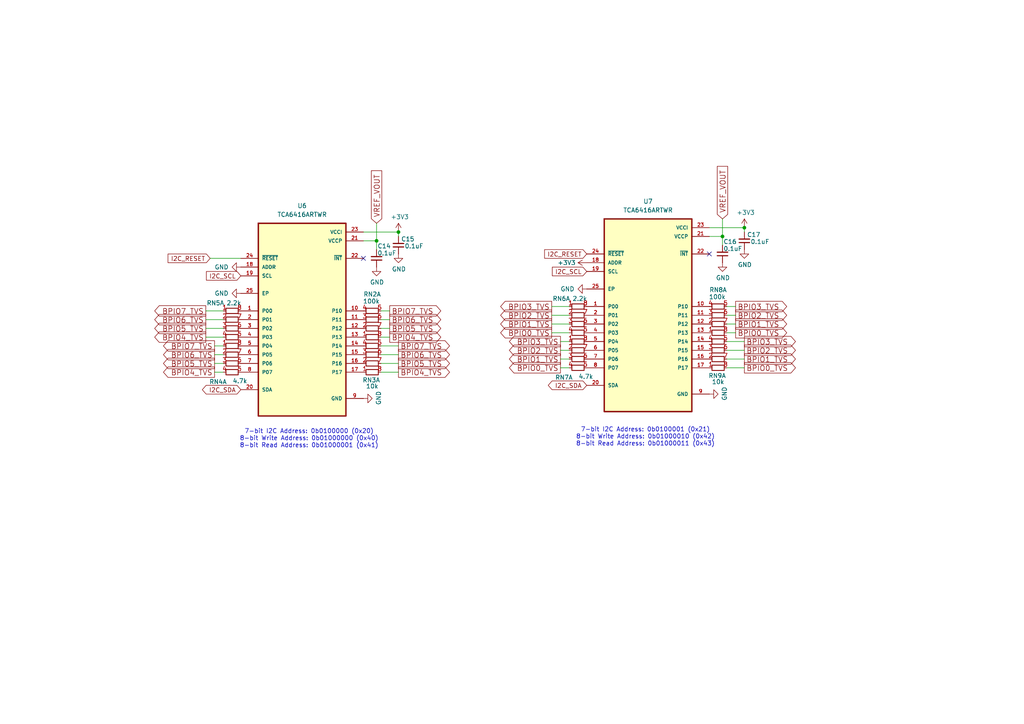
<source format=kicad_sch>
(kicad_sch (version 20250114) (generator "eeschema") (generator_version "9.0")
  (paper "A4")
  (lib_symbols
    (symbol "BusPirate-5-rev10-rescue:+3.3V-power" (power) (pin_names (offset 0))
      (property "Value" "+3.3V-power" (at 0 3.556 0))
      (symbol "+3.3V-power_0_1"
        (polyline (pts (xy -0.762 1.27) (xy 0 2.54)))
        (polyline (pts (xy 0 2.54) (xy 0.762 1.27)))
        (polyline (pts (xy 0 0) (xy 0 2.54)))
      )
      (symbol "+3.3V-power_1_1"
        (pin power_in line (at 0 0 90) (length 0) (hide yes) (name "+3V3") (number "1"))
      )
    )
    (symbol "Device:C_Small" (pin_numbers (hide yes)) (pin_names (offset 0.254) (hide yes))
      (property "Reference" "C" (at 0.254 1.778 0))
      (property "Value" "C_Small" (at 0.254 -2.032 0))
      (symbol "C_Small_0_1"
        (polyline (pts (xy -1.524 0.508) (xy 1.524 0.508)) (stroke (width 0.3048)))
        (polyline (pts (xy -1.524 -0.508) (xy 1.524 -0.508)) (stroke (width 0.3302)))
      )
      (symbol "C_Small_1_1"
        (pin passive line (at 0 2.54 270) (length 2.032) (name "~") (number "1"))
        (pin passive line (at 0 -2.54 90) (length 2.032) (name "~") (number "2"))
      )
    )
    (symbol "TCA6416RTWT:TCA6416RTWT" (pin_names (offset 1.016))
      (property "Reference" "U" (at -12.7 28.94 0))
      (property "Value" "TCA6416RTWT" (at -12.7 -31.94 0))
      (symbol "TCA6416RTWT_0_0"
        (rectangle (start -12.7 -27.94) (end 12.7 27.94) (stroke (width 0.41)) (fill (type background)))
        (pin input line (at -17.78 17.78 0) (length 5.08) (name "~{RESET}") (number "24"))
        (pin input line (at -17.78 15.24 0) (length 5.08) (name "ADDR") (number "18"))
        (pin input line (at -17.78 12.7 0) (length 5.08) (name "SCL") (number "19"))
        (pin bidirectional line (at -17.78 7.62 0) (length 5.08) (name "EP") (number "25"))
        (pin bidirectional line (at -17.78 2.54 0) (length 5.08) (name "P00") (number "1"))
        (pin bidirectional line (at -17.78 0 0) (length 5.08) (name "P01") (number "2"))
        (pin bidirectional line (at -17.78 -2.54 0) (length 5.08) (name "P02") (number "3"))
        (pin bidirectional line (at -17.78 -5.08 0) (length 5.08) (name "P03") (number "4"))
        (pin bidirectional line (at -17.78 -7.62 0) (length 5.08) (name "P04") (number "5"))
        (pin bidirectional line (at -17.78 -10.16 0) (length 5.08) (name "P05") (number "6"))
        (pin bidirectional line (at -17.78 -12.7 0) (length 5.08) (name "P06") (number "7"))
        (pin bidirectional line (at -17.78 -15.24 0) (length 5.08) (name "P07") (number "8"))
        (pin bidirectional line (at -17.78 -20.32 0) (length 5.08) (name "SDA") (number "20"))
        (pin power_in line (at 17.78 25.4 180) (length 5.08) (name "VCCI") (number "23"))
        (pin power_in line (at 17.78 22.86 180) (length 5.08) (name "VCCP") (number "21"))
        (pin output line (at 17.78 17.78 180) (length 5.08) (name "~{INT}") (number "22"))
        (pin bidirectional line (at 17.78 2.54 180) (length 5.08) (name "P10") (number "10"))
        (pin bidirectional line (at 17.78 0 180) (length 5.08) (name "P11") (number "11"))
        (pin bidirectional line (at 17.78 -2.54 180) (length 5.08) (name "P12") (number "12"))
        (pin bidirectional line (at 17.78 -5.08 180) (length 5.08) (name "P13") (number "13"))
        (pin bidirectional line (at 17.78 -7.62 180) (length 5.08) (name "P14") (number "14"))
        (pin bidirectional line (at 17.78 -10.16 180) (length 5.08) (name "P15") (number "15"))
        (pin bidirectional line (at 17.78 -12.7 180) (length 5.08) (name "P16") (number "16"))
        (pin bidirectional line (at 17.78 -15.24 180) (length 5.08) (name "P17") (number "17"))
        (pin power_in line (at 17.78 -22.86 180) (length 5.08) (name "GND") (number "9"))
      )
    )
    (symbol "dp-rarray:R_Array" (pin_names (offset 0) (hide yes))
      (property "Reference" "RN" (at 2.286 0.762 0))
      (property "Value" "R_Array" (at 4.572 -0.762 0))
      (symbol "R_Array_0_1"
        (rectangle (start 0.762 1.778) (end -0.762 -1.778) (stroke (width 0.254)))
      )
      (symbol "R_Array_1_1"
        (pin passive line (at 0 2.54 270) (length 0.762) (name "R1.1") (number "1"))
        (pin passive line (at 0 -2.54 90) (length 0.762) (name "R1.8") (number "8"))
      )
      (symbol "R_Array_2_1"
        (pin passive line (at 0 2.54 270) (length 0.762) (name "R1.1") (number "2"))
        (pin passive line (at 0 -2.54 90) (length 0.762) (name "R1.8") (number "7"))
      )
      (symbol "R_Array_3_1"
        (pin passive line (at 0 2.54 270) (length 0.762) (name "R1.1") (number "3"))
        (pin passive line (at 0 -2.54 90) (length 0.762) (name "R1.8") (number "6"))
      )
      (symbol "R_Array_4_1"
        (pin passive line (at 0 2.54 270) (length 0.762) (name "R1.1") (number "4"))
        (pin passive line (at 0 -2.54 90) (length 0.762) (name "R1.8") (number "5"))
      )
    )
    (symbol "power:GND" (power) (pin_names (offset 0))
      (property "Value" "GND" (at 0 -3.81 0))
      (symbol "GND_0_1"
        (polyline (pts (xy 0 0) (xy 0 -1.27) (xy 1.27 -1.27) (xy 0 -2.54) (xy -1.27 -1.27) (xy 0 -1.27)))
      )
      (symbol "GND_1_1"
        (pin power_in line (at 0 0 270) (length 0) (hide yes) (name "GND") (number "1"))
      )
    )
  )
  (text "7-bit I2C Address: 0b0100000 (0x20)\n8-bit Write Address: 0b01000000 (0x40)\n8-bit Read Address: 0b01000001 (0x41)" (at 89.662 127.254 0) (effects (font (size 1.27 1.27))))
  (text "7-bit I2C Address: 0b0100001 (0x21)\n8-bit Write Address: 0b01000010 (0x42)\n8-bit Read Address: 0b01000011 (0x43)" (at 187.198 126.746 0) (effects (font (size 1.27 1.27))))
  (junction (at 115.57 67.31))
  (junction (at 215.9 66.04))
  (junction (at 209.55 68.58))
  (junction (at 109.22 69.85))
  (no_connect (at 205.74 73.66))
  (no_connect (at 105.41 74.93))
  (wire (pts (xy 210.82 96.52) (xy 213.36 96.52)))
  (wire (pts (xy 110.49 90.17) (xy 113.03 90.17)))
  (wire (pts (xy 64.77 100.33) (xy 62.23 100.33)))
  (wire (pts (xy 165.1 106.68) (xy 162.56 106.68)))
  (wire (pts (xy 105.41 69.85) (xy 109.22 69.85)))
  (wire (pts (xy 64.77 107.95) (xy 62.23 107.95)))
  (wire (pts (xy 64.77 105.41) (xy 62.23 105.41)))
  (wire (pts (xy 205.74 66.04) (xy 215.9 66.04)))
  (wire (pts (xy 110.49 105.41) (xy 115.57 105.41)))
  (wire (pts (xy 109.22 69.85) (xy 109.22 72.39)))
  (wire (pts (xy 110.49 107.95) (xy 115.57 107.95)))
  (wire (pts (xy 110.49 97.79) (xy 113.03 97.79)))
  (wire (pts (xy 165.1 93.98) (xy 160.02 93.98)))
  (wire (pts (xy 64.77 90.17) (xy 59.69 90.17)))
  (wire (pts (xy 64.77 92.71) (xy 59.69 92.71)))
  (wire (pts (xy 109.22 64.77) (xy 109.22 69.85)))
  (wire (pts (xy 209.55 68.58) (xy 209.55 71.12)))
  (wire (pts (xy 105.41 67.31) (xy 115.57 67.31)))
  (wire (pts (xy 165.1 91.44) (xy 160.02 91.44)))
  (wire (pts (xy 165.1 96.52) (xy 160.02 96.52)))
  (wire (pts (xy 110.49 92.71) (xy 113.03 92.71)))
  (wire (pts (xy 64.77 102.87) (xy 62.23 102.87)))
  (wire (pts (xy 210.82 104.14) (xy 215.9 104.14)))
  (wire (pts (xy 115.57 67.31) (xy 115.57 68.58)))
  (wire (pts (xy 165.1 88.9) (xy 160.02 88.9)))
  (wire (pts (xy 210.82 88.9) (xy 213.36 88.9)))
  (wire (pts (xy 110.49 102.87) (xy 115.57 102.87)))
  (wire (pts (xy 205.74 68.58) (xy 209.55 68.58)))
  (wire (pts (xy 210.82 91.44) (xy 213.36 91.44)))
  (wire (pts (xy 210.82 99.06) (xy 215.9 99.06)))
  (wire (pts (xy 165.1 101.6) (xy 162.56 101.6)))
  (wire (pts (xy 165.1 104.14) (xy 162.56 104.14)))
  (wire (pts (xy 60.96 74.93) (xy 69.85 74.93)))
  (wire (pts (xy 64.77 95.25) (xy 59.69 95.25)))
  (wire (pts (xy 64.77 97.79) (xy 59.69 97.79)))
  (wire (pts (xy 215.9 66.04) (xy 215.9 67.31)))
  (wire (pts (xy 210.82 106.68) (xy 215.9 106.68)))
  (wire (pts (xy 209.55 63.5) (xy 209.55 68.58)))
  (wire (pts (xy 110.49 95.25) (xy 113.03 95.25)))
  (wire (pts (xy 165.1 99.06) (xy 162.56 99.06)))
  (wire (pts (xy 210.82 93.98) (xy 213.36 93.98)))
  (wire (pts (xy 210.82 101.6) (xy 215.9 101.6)))
  (wire (pts (xy 110.49 100.33) (xy 115.57 100.33)))
  (global_label "BPIO3_TVS" (shape output) (at 160.02 88.9 180) (effects (font (size 1.524 1.524))) (property "Intersheetrefs" "${INTERSHEET_REFS}" (effects (hide yes))))
  (global_label "BPIO7_TVS" (shape output) (at 62.23 100.33 180) (effects (font (size 1.524 1.524))) (property "Intersheetrefs" "${INTERSHEET_REFS}" (effects (hide yes))))
  (global_label "BPIO5_TVS" (shape output) (at 62.23 105.41 180) (effects (font (size 1.524 1.524))) (property "Intersheetrefs" "${INTERSHEET_REFS}" (effects (hide yes))))
  (global_label "BPIO5_TVS" (shape output) (at 113.03 95.25 0) (effects (font (size 1.524 1.524))) (property "Intersheetrefs" "${INTERSHEET_REFS}" (effects (hide yes))))
  (global_label "I2C_SCL" (shape input) (at 69.85 80.01 180) (property "Intersheetrefs" "${INTERSHEET_REFS}" (effects (hide yes))))
  (global_label "BPIO0_TVS" (shape output) (at 213.36 96.52 0) (effects (font (size 1.524 1.524))) (property "Intersheetrefs" "${INTERSHEET_REFS}" (effects (hide yes))))
  (global_label "BPIO0_TVS" (shape output) (at 162.56 106.68 180) (effects (font (size 1.524 1.524))) (property "Intersheetrefs" "${INTERSHEET_REFS}" (effects (hide yes))))
  (global_label "BPIO4_TVS" (shape output) (at 59.69 97.79 180) (effects (font (size 1.524 1.524))) (property "Intersheetrefs" "${INTERSHEET_REFS}" (effects (hide yes))))
  (global_label "I2C_RESET" (shape input) (at 60.96 74.93 180) (property "Intersheetrefs" "${INTERSHEET_REFS}" (effects (hide yes))))
  (global_label "BPIO4_TVS" (shape output) (at 115.57 107.95 0) (effects (font (size 1.524 1.524))) (property "Intersheetrefs" "${INTERSHEET_REFS}" (effects (hide yes))))
  (global_label "BPIO6_TVS" (shape output) (at 62.23 102.87 180) (effects (font (size 1.524 1.524))) (property "Intersheetrefs" "${INTERSHEET_REFS}" (effects (hide yes))))
  (global_label "BPIO5_TVS" (shape output) (at 59.69 95.25 180) (effects (font (size 1.524 1.524))) (property "Intersheetrefs" "${INTERSHEET_REFS}" (effects (hide yes))))
  (global_label "BPIO6_TVS" (shape output) (at 113.03 92.71 0) (effects (font (size 1.524 1.524))) (property "Intersheetrefs" "${INTERSHEET_REFS}" (effects (hide yes))))
  (global_label "BPIO3_TVS" (shape output) (at 215.9 99.06 0) (effects (font (size 1.524 1.524))) (property "Intersheetrefs" "${INTERSHEET_REFS}" (effects (hide yes))))
  (global_label "BPIO1_TVS" (shape output) (at 215.9 104.14 0) (effects (font (size 1.524 1.524))) (property "Intersheetrefs" "${INTERSHEET_REFS}" (effects (hide yes))))
  (global_label "I2C_SDA" (shape bidirectional) (at 69.85 113.03 180) (property "Intersheetrefs" "${INTERSHEET_REFS}" (effects (hide yes))))
  (global_label "BPIO7_TVS" (shape output) (at 113.03 90.17 0) (effects (font (size 1.524 1.524))) (property "Intersheetrefs" "${INTERSHEET_REFS}" (effects (hide yes))))
  (global_label "VREF_VOUT" (shape input) (at 109.22 64.77 90) (effects (font (size 1.524 1.524))) (property "Intersheetrefs" "${INTERSHEET_REFS}" (effects (hide yes))))
  (global_label "BPIO7_TVS" (shape output) (at 115.57 100.33 0) (effects (font (size 1.524 1.524))) (property "Intersheetrefs" "${INTERSHEET_REFS}" (effects (hide yes))))
  (global_label "I2C_RESET" (shape input) (at 170.18 73.66 180) (property "Intersheetrefs" "${INTERSHEET_REFS}" (effects (hide yes))))
  (global_label "BPIO0_TVS" (shape output) (at 160.02 96.52 180) (effects (font (size 1.524 1.524))) (property "Intersheetrefs" "${INTERSHEET_REFS}" (effects (hide yes))))
  (global_label "BPIO1_TVS" (shape output) (at 213.36 93.98 0) (effects (font (size 1.524 1.524))) (property "Intersheetrefs" "${INTERSHEET_REFS}" (effects (hide yes))))
  (global_label "BPIO1_TVS" (shape output) (at 162.56 104.14 180) (effects (font (size 1.524 1.524))) (property "Intersheetrefs" "${INTERSHEET_REFS}" (effects (hide yes))))
  (global_label "BPIO4_TVS" (shape output) (at 62.23 107.95 180) (effects (font (size 1.524 1.524))) (property "Intersheetrefs" "${INTERSHEET_REFS}" (effects (hide yes))))
  (global_label "BPIO2_TVS" (shape output) (at 213.36 91.44 0) (effects (font (size 1.524 1.524))) (property "Intersheetrefs" "${INTERSHEET_REFS}" (effects (hide yes))))
  (global_label "BPIO3_TVS" (shape output) (at 213.36 88.9 0) (effects (font (size 1.524 1.524))) (property "Intersheetrefs" "${INTERSHEET_REFS}" (effects (hide yes))))
  (global_label "BPIO2_TVS" (shape output) (at 160.02 91.44 180) (effects (font (size 1.524 1.524))) (property "Intersheetrefs" "${INTERSHEET_REFS}" (effects (hide yes))))
  (global_label "BPIO0_TVS" (shape output) (at 215.9 106.68 0) (effects (font (size 1.524 1.524))) (property "Intersheetrefs" "${INTERSHEET_REFS}" (effects (hide yes))))
  (global_label "BPIO7_TVS" (shape output) (at 59.69 90.17 180) (effects (font (size 1.524 1.524))) (property "Intersheetrefs" "${INTERSHEET_REFS}" (effects (hide yes))))
  (global_label "BPIO3_TVS" (shape output) (at 162.56 99.06 180) (effects (font (size 1.524 1.524))) (property "Intersheetrefs" "${INTERSHEET_REFS}" (effects (hide yes))))
  (global_label "BPIO5_TVS" (shape output) (at 115.57 105.41 0) (effects (font (size 1.524 1.524))) (property "Intersheetrefs" "${INTERSHEET_REFS}" (effects (hide yes))))
  (global_label "I2C_SCL" (shape input) (at 170.18 78.74 180) (property "Intersheetrefs" "${INTERSHEET_REFS}" (effects (hide yes))))
  (global_label "BPIO6_TVS" (shape output) (at 59.69 92.71 180) (effects (font (size 1.524 1.524))) (property "Intersheetrefs" "${INTERSHEET_REFS}" (effects (hide yes))))
  (global_label "I2C_SDA" (shape bidirectional) (at 170.18 111.76 180) (property "Intersheetrefs" "${INTERSHEET_REFS}" (effects (hide yes))))
  (global_label "VREF_VOUT" (shape input) (at 209.55 63.5 90) (effects (font (size 1.524 1.524))) (property "Intersheetrefs" "${INTERSHEET_REFS}" (effects (hide yes))))
  (global_label "BPIO4_TVS" (shape output) (at 113.03 97.79 0) (effects (font (size 1.524 1.524))) (property "Intersheetrefs" "${INTERSHEET_REFS}" (effects (hide yes))))
  (global_label "BPIO2_TVS" (shape output) (at 215.9 101.6 0) (effects (font (size 1.524 1.524))) (property "Intersheetrefs" "${INTERSHEET_REFS}" (effects (hide yes))))
  (global_label "BPIO2_TVS" (shape output) (at 162.56 101.6 180) (effects (font (size 1.524 1.524))) (property "Intersheetrefs" "${INTERSHEET_REFS}" (effects (hide yes))))
  (global_label "BPIO1_TVS" (shape output) (at 160.02 93.98 180) (effects (font (size 1.524 1.524))) (property "Intersheetrefs" "${INTERSHEET_REFS}" (effects (hide yes))))
  (global_label "BPIO6_TVS" (shape output) (at 115.57 102.87 0) (effects (font (size 1.524 1.524))) (property "Intersheetrefs" "${INTERSHEET_REFS}" (effects (hide yes))))
  (symbol (lib_id "dp-rarray:R_Array") (at 67.31 95.25 90) (unit 3)
    (property "Reference" "RN5" (effects (hide yes)))
    (property "Value" "2.2k" (effects (hide yes)))
    (property "Footprint" "Resistor_SMD:R_Array_Convex_4x0402" (effects (hide yes)))
    (property "Datasheet" "http://www.vishay.com/docs/31509/csc.pdf" (effects (hide yes)))
    (property "RMB" "0.034572" (effects (hide yes)))
    (property "Supplier" "https://item.szlcsc.com/45893.html" (effects (hide yes)))
    (property "szlcsc_partnumber" "C26075" (effects (hide yes)))
    (property "szlcsc_url" "https://item.szlcsc.com/26818.html" (effects (hide yes)))
  )
  (symbol (lib_id "dp-rarray:R_Array") (at 167.64 99.06 90) (unit 1)
    (property "Reference" "RN7" (at 163.576 109.474 90))
    (property "Value" "4.7k" (effects (hide yes)))
    (property "Footprint" "Resistor_SMD:R_Array_Convex_4x0402" (effects (hide yes)))
    (property "Datasheet" "http://www.vishay.com/docs/31509/csc.pdf" (effects (hide yes)))
    (property "RMB" "0.034572" (effects (hide yes)))
    (property "Supplier" "https://item.szlcsc.com/45893.html" (effects (hide yes)))
    (property "szlcsc_partnumber" "C29586" (effects (hide yes)))
    (property "szlcsc_url" "https://item.szlcsc.com/30340.html?fromZone=s_s__%25224.7K%25200402x4%2522&spm=sc.gb.xh1.zy.n___sc.gb.hd.ss&lcsc_vid=RlENUlJWE1QKBlBWRAVaUFNTT1leBQZXRFNcVAVQQVAxVlNSRFRcV1ZTQFNZVDsOAxUeFF5JWAgaAglIBBsCBBcFWQIBCks%3D" (effects (hide yes)))
  )
  (symbol (lib_id "dp-rarray:R_Array") (at 107.95 95.25 90) (mirror x) (unit 2)
    (property "Reference" "RN2" (effects (hide yes)))
    (property "Value" "100k" (effects (hide yes)))
    (property "Footprint" "Resistor_SMD:R_Array_Convex_4x0402" (effects (hide yes)))
    (property "Datasheet" "http://www.vishay.com/docs/31509/csc.pdf" (effects (hide yes)))
    (property "RMB" "0.034572" (effects (hide yes)))
    (property "Supplier" "https://item.szlcsc.com/45893.html" (effects (hide yes)))
    (property "szlcsc_partnumber" "C25724" (effects (hide yes)))
    (property "szlcsc_url" "https://item.szlcsc.com/26467.html?fromZone=s_s__%2522100K%25200402x4%2522&spm=sc.gb.xh1.zy.n___sc.gb.hd.ss&lcsc_vid=RlENUlJWE1QKBlBWRAVaUFNTT1leBQZXRFNcVAVQQVAxVlNSRFRcV1ZTQFNZVDsOAxUeFF5JWAgaAglIBBsCBBcFWQIBCks%3D" (effects (hide yes)))
  )
  (symbol (lib_id "power:GND") (at 69.85 77.47 270) (unit 1)
    (property "Reference" "#PWR057" (effects (hide yes)))
    (property "Value" "GND" (at 64.262 77.47 90))
  )
  (symbol (lib_id "dp-rarray:R_Array") (at 107.95 102.87 90) (mirror x) (unit 3)
    (property "Reference" "RN3" (effects (hide yes)))
    (property "Value" "10k" (effects (hide yes)))
    (property "Footprint" "Resistor_SMD:R_Array_Convex_4x0402" (effects (hide yes)))
    (property "Datasheet" "http://www.vishay.com/docs/31509/csc.pdf" (effects (hide yes)))
    (property "RMB" "0.034572" (effects (hide yes)))
    (property "Supplier" "https://item.szlcsc.com/45893.html" (effects (hide yes)))
    (property "szlcsc_partnumber" "C25725" (effects (hide yes)))
    (property "szlcsc_url" "https://item.szlcsc.com/26468.html?fromZone=s_s__%252210K%25200402x4%2522&spm=sc.gb.xh1.zy.n___sc.gb.hd.ss&lcsc_vid=RlENUlJWE1QKBlBWRAVaUFNTT1leBQZXRFNcVAVQQVAxVlNSRFRcV1ZTQFNZVDsOAxUeFF5JWAgaAglIBBsCBBcFWQIBCks%3D" (effects (hide yes)))
  )
  (symbol (lib_id "dp-rarray:R_Array") (at 208.28 91.44 90) (mirror x) (unit 3)
    (property "Reference" "RN8" (effects (hide yes)))
    (property "Value" "100k" (effects (hide yes)))
    (property "Footprint" "Resistor_SMD:R_Array_Convex_4x0402" (effects (hide yes)))
    (property "Datasheet" "http://www.vishay.com/docs/31509/csc.pdf" (effects (hide yes)))
    (property "RMB" "0.034572" (effects (hide yes)))
    (property "Supplier" "https://item.szlcsc.com/45893.html" (effects (hide yes)))
    (property "szlcsc_partnumber" "C25724" (effects (hide yes)))
    (property "szlcsc_url" "https://item.szlcsc.com/26467.html?fromZone=s_s__%2522100K%25200402x4%2522&spm=sc.gb.xh1.zy.n___sc.gb.hd.ss&lcsc_vid=RlENUlJWE1QKBlBWRAVaUFNTT1leBQZXRFNcVAVQQVAxVlNSRFRcV1ZTQFNZVDsOAxUeFF5JWAgaAglIBBsCBBcFWQIBCks%3D" (effects (hide yes)))
  )
  (symbol (lib_id "TCA6416RTWT:TCA6416RTWT") (at 87.63 92.71 0) (unit 1)
    (property "Reference" "U6" (at 87.63 59.69 0))
    (property "Value" "TCA6416ARTWR" (at 87.63 62.23 0))
    (property "Footprint" "Package_DFN_QFN:QFN-24-1EP_4x4mm_P0.5mm_EP2.75x2.75mm" (effects (hide yes)))
    (property "Description" "Low-voltage 16-bit I2C & SMBus I/O expander with interrupt output, reset & config registers 24-WQFN -40 to 85" (effects (hide yes)))
    (property "MF" "Texas Instruments" (effects (hide yes)))
    (property "Package" "WQFN-24 Texas Instruments" (effects (hide yes)))
    (property "Price" "None" (effects (hide yes)))
    (property "SnapEDA_Link" "https://www.snapeda.com/parts/TCA6416RTWT/Texas+Instruments/view-part/?ref=snap" (effects (hide yes)))
    (property "MP" "TCA6416RTWT" (effects (hide yes)))
    (property "Availability" "In Stock" (effects (hide yes)))
    (property "Check_prices" "https://www.snapeda.com/parts/TCA6416RTWT/Texas+Instruments/view-part/?ref=eda" (effects (hide yes)))
  )
  (symbol (lib_id "dp-rarray:R_Array") (at 67.31 102.87 90) (unit 2)
    (property "Reference" "RN4" (effects (hide yes)))
    (property "Value" "4.7k" (effects (hide yes)))
    (property "Footprint" "Resistor_SMD:R_Array_Convex_4x0402" (effects (hide yes)))
    (property "Datasheet" "http://www.vishay.com/docs/31509/csc.pdf" (effects (hide yes)))
    (property "RMB" "0.034572" (effects (hide yes)))
    (property "Supplier" "https://item.szlcsc.com/45893.html" (effects (hide yes)))
    (property "szlcsc_partnumber" "C29586" (effects (hide yes)))
    (property "szlcsc_url" "https://item.szlcsc.com/30340.html?fromZone=s_s__%25224.7K%25200402x4%2522&spm=sc.gb.xh1.zy.n___sc.gb.hd.ss&lcsc_vid=RlENUlJWE1QKBlBWRAVaUFNTT1leBQZXRFNcVAVQQVAxVlNSRFRcV1ZTQFNZVDsOAxUeFF5JWAgaAglIBBsCBBcFWQIBCks%3D" (effects (hide yes)))
  )
  (symbol (lib_id "power:GND") (at 69.85 85.09 270) (unit 1)
    (property "Reference" "#PWR0150" (effects (hide yes)))
    (property "Value" "GND" (at 64.262 85.09 90))
  )
  (symbol (lib_id "power:GND") (at 215.9 72.39 0) (unit 1)
    (property "Reference" "#PWR062" (effects (hide yes)))
    (property "Value" "GND" (at 216.027 76.7842 0))
  )
  (symbol (lib_id "power:GND") (at 105.41 115.57 90) (unit 1)
    (property "Reference" "#PWR056" (effects (hide yes)))
    (property "Value" "GND" (at 109.8042 115.443 0))
  )
  (symbol (lib_id "dp-rarray:R_Array") (at 107.95 90.17 90) (mirror x) (unit 4)
    (property "Reference" "RN2" (effects (hide yes)))
    (property "Value" "100k" (at 107.696 87.376 90))
    (property "Footprint" "Resistor_SMD:R_Array_Convex_4x0402" (effects (hide yes)))
    (property "Datasheet" "http://www.vishay.com/docs/31509/csc.pdf" (effects (hide yes)))
    (property "RMB" "0.034572" (effects (hide yes)))
    (property "Supplier" "https://item.szlcsc.com/45893.html" (effects (hide yes)))
    (property "szlcsc_partnumber" "C25724" (effects (hide yes)))
    (property "szlcsc_url" "https://item.szlcsc.com/26467.html?fromZone=s_s__%2522100K%25200402x4%2522&spm=sc.gb.xh1.zy.n___sc.gb.hd.ss&lcsc_vid=RlENUlJWE1QKBlBWRAVaUFNTT1leBQZXRFNcVAVQQVAxVlNSRFRcV1ZTQFNZVDsOAxUeFF5JWAgaAglIBBsCBBcFWQIBCks%3D" (effects (hide yes)))
  )
  (symbol (lib_id "power:GND") (at 205.74 114.3 90) (unit 1)
    (property "Reference" "#PWR059" (effects (hide yes)))
    (property "Value" "GND" (at 210.1342 114.173 0))
  )
  (symbol (lib_id "dp-rarray:R_Array") (at 167.64 104.14 90) (unit 3)
    (property "Reference" "RN7" (effects (hide yes)))
    (property "Value" "4.7k" (effects (hide yes)))
    (property "Footprint" "Resistor_SMD:R_Array_Convex_4x0402" (effects (hide yes)))
    (property "Datasheet" "http://www.vishay.com/docs/31509/csc.pdf" (effects (hide yes)))
    (property "RMB" "0.034572" (effects (hide yes)))
    (property "Supplier" "https://item.szlcsc.com/45893.html" (effects (hide yes)))
    (property "szlcsc_partnumber" "C29586" (effects (hide yes)))
    (property "szlcsc_url" "https://item.szlcsc.com/30340.html?fromZone=s_s__%25224.7K%25200402x4%2522&spm=sc.gb.xh1.zy.n___sc.gb.hd.ss&lcsc_vid=RlENUlJWE1QKBlBWRAVaUFNTT1leBQZXRFNcVAVQQVAxVlNSRFRcV1ZTQFNZVDsOAxUeFF5JWAgaAglIBBsCBBcFWQIBCks%3D" (effects (hide yes)))
  )
  (symbol (lib_id "Device:C_Small") (at 215.9 69.85 180) (unit 1)
    (property "Reference" "C17" (at 216.662 68.072 0) (effects (justify right)))
    (property "Value" "0.1uF" (at 217.678 70.104 0) (effects (justify right)))
    (property "Footprint" "Capacitor_SMD:C_0402_1005Metric" (effects (hide yes)))
    (property "szlcsc_partnumber" "C1525" (effects (hide yes)))
    (property "szlcsc_url" "https://item.szlcsc.com/1877.html?fromZone=s_s__%25220.1uF%25200402%2522&spm=sc.gb.xh2.zy.n&lcsc_vid=RlENUlJWE1QKBlBWRAVaUFNTT1leBQZXRFNcVAVQQVAxVlNSRFRfXlBUQ1ZeVzsOAxUeFF5JWAgaAglIBBsCBBcFWQIBCks%3D" (effects (hide yes)))
  )
  (symbol (lib_id "BusPirate-5-rev10-rescue:+3.3V-power") (at 170.18 76.2 90) (unit 1)
    (property "Reference" "#PWR058" (effects (hide yes)))
    (property "Value" "+3V3" (at 164.338 76.2 90))
  )
  (symbol (lib_id "BusPirate-5-rev10-rescue:+3.3V-power") (at 215.9 66.04 0) (unit 1)
    (property "Reference" "#PWR061" (effects (hide yes)))
    (property "Value" "+3V3" (at 216.281 61.6458 0))
  )
  (symbol (lib_id "dp-rarray:R_Array") (at 67.31 97.79 90) (unit 4)
    (property "Reference" "RN5" (effects (hide yes)))
    (property "Value" "2.2k" (effects (hide yes)))
    (property "Footprint" "Resistor_SMD:R_Array_Convex_4x0402" (effects (hide yes)))
    (property "Datasheet" "http://www.vishay.com/docs/31509/csc.pdf" (effects (hide yes)))
    (property "RMB" "0.034572" (effects (hide yes)))
    (property "Supplier" "https://item.szlcsc.com/45893.html" (effects (hide yes)))
    (property "szlcsc_partnumber" "C26075" (effects (hide yes)))
    (property "szlcsc_url" "https://item.szlcsc.com/26818.html" (effects (hide yes)))
  )
  (symbol (lib_id "dp-rarray:R_Array") (at 67.31 92.71 90) (unit 2)
    (property "Reference" "RN5" (effects (hide yes)))
    (property "Value" "2.2k" (effects (hide yes)))
    (property "Footprint" "Resistor_SMD:R_Array_Convex_4x0402" (effects (hide yes)))
    (property "Datasheet" "http://www.vishay.com/docs/31509/csc.pdf" (effects (hide yes)))
    (property "RMB" "0.034572" (effects (hide yes)))
    (property "Supplier" "https://item.szlcsc.com/45893.html" (effects (hide yes)))
    (property "szlcsc_partnumber" "C26075" (effects (hide yes)))
    (property "szlcsc_url" "https://item.szlcsc.com/26818.html" (effects (hide yes)))
  )
  (symbol (lib_id "dp-rarray:R_Array") (at 107.95 92.71 90) (mirror x) (unit 3)
    (property "Reference" "RN2" (effects (hide yes)))
    (property "Value" "100k" (effects (hide yes)))
    (property "Footprint" "Resistor_SMD:R_Array_Convex_4x0402" (effects (hide yes)))
    (property "Datasheet" "http://www.vishay.com/docs/31509/csc.pdf" (effects (hide yes)))
    (property "RMB" "0.034572" (effects (hide yes)))
    (property "Supplier" "https://item.szlcsc.com/45893.html" (effects (hide yes)))
    (property "szlcsc_partnumber" "C25724" (effects (hide yes)))
    (property "szlcsc_url" "https://item.szlcsc.com/26467.html?fromZone=s_s__%2522100K%25200402x4%2522&spm=sc.gb.xh1.zy.n___sc.gb.hd.ss&lcsc_vid=RlENUlJWE1QKBlBWRAVaUFNTT1leBQZXRFNcVAVQQVAxVlNSRFRcV1ZTQFNZVDsOAxUeFF5JWAgaAglIBBsCBBcFWQIBCks%3D" (effects (hide yes)))
  )
  (symbol (lib_id "dp-rarray:R_Array") (at 167.64 91.44 90) (unit 2)
    (property "Reference" "RN6" (effects (hide yes)))
    (property "Value" "2.2k" (effects (hide yes)))
    (property "Footprint" "Resistor_SMD:R_Array_Convex_4x0402" (effects (hide yes)))
    (property "Datasheet" "http://www.vishay.com/docs/31509/csc.pdf" (effects (hide yes)))
    (property "RMB" "0.034572" (effects (hide yes)))
    (property "Supplier" "https://item.szlcsc.com/45893.html" (effects (hide yes)))
    (property "szlcsc_partnumber" "C26075" (effects (hide yes)))
    (property "szlcsc_url" "https://item.szlcsc.com/26818.html" (effects (hide yes)))
  )
  (symbol (lib_id "dp-rarray:R_Array") (at 208.28 104.14 90) (mirror x) (unit 2)
    (property "Reference" "RN9" (effects (hide yes)))
    (property "Value" "10k" (effects (hide yes)))
    (property "Footprint" "Resistor_SMD:R_Array_Convex_4x0402" (effects (hide yes)))
    (property "Datasheet" "http://www.vishay.com/docs/31509/csc.pdf" (effects (hide yes)))
    (property "RMB" "0.034572" (effects (hide yes)))
    (property "Supplier" "https://item.szlcsc.com/45893.html" (effects (hide yes)))
    (property "szlcsc_partnumber" "C25725" (effects (hide yes)))
    (property "szlcsc_url" "https://item.szlcsc.com/26468.html?fromZone=s_s__%252210K%25200402x4%2522&spm=sc.gb.xh1.zy.n___sc.gb.hd.ss&lcsc_vid=RlENUlJWE1QKBlBWRAVaUFNTT1leBQZXRFNcVAVQQVAxVlNSRFRcV1ZTQFNZVDsOAxUeFF5JWAgaAglIBBsCBBcFWQIBCks%3D" (effects (hide yes)))
  )
  (symbol (lib_id "dp-rarray:R_Array") (at 67.31 105.41 90) (unit 3)
    (property "Reference" "RN4" (effects (hide yes)))
    (property "Value" "4.7k" (effects (hide yes)))
    (property "Footprint" "Resistor_SMD:R_Array_Convex_4x0402" (effects (hide yes)))
    (property "Datasheet" "http://www.vishay.com/docs/31509/csc.pdf" (effects (hide yes)))
    (property "RMB" "0.034572" (effects (hide yes)))
    (property "Supplier" "https://item.szlcsc.com/45893.html" (effects (hide yes)))
    (property "szlcsc_partnumber" "C29586" (effects (hide yes)))
    (property "szlcsc_url" "https://item.szlcsc.com/30340.html?fromZone=s_s__%25224.7K%25200402x4%2522&spm=sc.gb.xh1.zy.n___sc.gb.hd.ss&lcsc_vid=RlENUlJWE1QKBlBWRAVaUFNTT1leBQZXRFNcVAVQQVAxVlNSRFRcV1ZTQFNZVDsOAxUeFF5JWAgaAglIBBsCBBcFWQIBCks%3D" (effects (hide yes)))
  )
  (symbol (lib_id "power:GND") (at 115.57 73.66 0) (unit 1)
    (property "Reference" "#PWR054" (effects (hide yes)))
    (property "Value" "GND" (at 115.697 78.0542 0))
  )
  (symbol (lib_id "dp-rarray:R_Array") (at 208.28 99.06 90) (mirror x) (unit 4)
    (property "Reference" "RN9" (effects (hide yes)))
    (property "Value" "10k" (effects (hide yes)))
    (property "Footprint" "Resistor_SMD:R_Array_Convex_4x0402" (effects (hide yes)))
    (property "Datasheet" "http://www.vishay.com/docs/31509/csc.pdf" (effects (hide yes)))
    (property "RMB" "0.034572" (effects (hide yes)))
    (property "Supplier" "https://item.szlcsc.com/45893.html" (effects (hide yes)))
    (property "szlcsc_partnumber" "C25725" (effects (hide yes)))
    (property "szlcsc_url" "https://item.szlcsc.com/26468.html?fromZone=s_s__%252210K%25200402x4%2522&spm=sc.gb.xh1.zy.n___sc.gb.hd.ss&lcsc_vid=RlENUlJWE1QKBlBWRAVaUFNTT1leBQZXRFNcVAVQQVAxVlNSRFRcV1ZTQFNZVDsOAxUeFF5JWAgaAglIBBsCBBcFWQIBCks%3D" (effects (hide yes)))
  )
  (symbol (lib_id "dp-rarray:R_Array") (at 107.95 107.95 90) (mirror x) (unit 1)
    (property "Reference" "RN3" (at 107.696 110.236 90))
    (property "Value" "10k" (at 107.95 112.014 90))
    (property "Footprint" "Resistor_SMD:R_Array_Convex_4x0402" (effects (hide yes)))
    (property "Datasheet" "http://www.vishay.com/docs/31509/csc.pdf" (effects (hide yes)))
    (property "RMB" "0.034572" (effects (hide yes)))
    (property "Supplier" "https://item.szlcsc.com/45893.html" (effects (hide yes)))
    (property "szlcsc_partnumber" "C25725" (effects (hide yes)))
    (property "szlcsc_url" "https://item.szlcsc.com/26468.html?fromZone=s_s__%252210K%25200402x4%2522&spm=sc.gb.xh1.zy.n___sc.gb.hd.ss&lcsc_vid=RlENUlJWE1QKBlBWRAVaUFNTT1leBQZXRFNcVAVQQVAxVlNSRFRcV1ZTQFNZVDsOAxUeFF5JWAgaAglIBBsCBBcFWQIBCks%3D" (effects (hide yes)))
  )
  (symbol (lib_id "dp-rarray:R_Array") (at 107.95 100.33 90) (mirror x) (unit 4)
    (property "Reference" "RN3" (effects (hide yes)))
    (property "Value" "10k" (effects (hide yes)))
    (property "Footprint" "Resistor_SMD:R_Array_Convex_4x0402" (effects (hide yes)))
    (property "Datasheet" "http://www.vishay.com/docs/31509/csc.pdf" (effects (hide yes)))
    (property "RMB" "0.034572" (effects (hide yes)))
    (property "Supplier" "https://item.szlcsc.com/45893.html" (effects (hide yes)))
    (property "szlcsc_partnumber" "C25725" (effects (hide yes)))
    (property "szlcsc_url" "https://item.szlcsc.com/26468.html?fromZone=s_s__%252210K%25200402x4%2522&spm=sc.gb.xh1.zy.n___sc.gb.hd.ss&lcsc_vid=RlENUlJWE1QKBlBWRAVaUFNTT1leBQZXRFNcVAVQQVAxVlNSRFRcV1ZTQFNZVDsOAxUeFF5JWAgaAglIBBsCBBcFWQIBCks%3D" (effects (hide yes)))
  )
  (symbol (lib_id "dp-rarray:R_Array") (at 208.28 93.98 90) (mirror x) (unit 2)
    (property "Reference" "RN8" (effects (hide yes)))
    (property "Value" "100k" (effects (hide yes)))
    (property "Footprint" "Resistor_SMD:R_Array_Convex_4x0402" (effects (hide yes)))
    (property "Datasheet" "http://www.vishay.com/docs/31509/csc.pdf" (effects (hide yes)))
    (property "RMB" "0.034572" (effects (hide yes)))
    (property "Supplier" "https://item.szlcsc.com/45893.html" (effects (hide yes)))
    (property "szlcsc_partnumber" "C25724" (effects (hide yes)))
    (property "szlcsc_url" "https://item.szlcsc.com/26467.html?fromZone=s_s__%2522100K%25200402x4%2522&spm=sc.gb.xh1.zy.n___sc.gb.hd.ss&lcsc_vid=RlENUlJWE1QKBlBWRAVaUFNTT1leBQZXRFNcVAVQQVAxVlNSRFRcV1ZTQFNZVDsOAxUeFF5JWAgaAglIBBsCBBcFWQIBCks%3D" (effects (hide yes)))
  )
  (symbol (lib_id "dp-rarray:R_Array") (at 107.95 105.41 90) (mirror x) (unit 2)
    (property "Reference" "RN3" (effects (hide yes)))
    (property "Value" "10k" (effects (hide yes)))
    (property "Footprint" "Resistor_SMD:R_Array_Convex_4x0402" (effects (hide yes)))
    (property "Datasheet" "http://www.vishay.com/docs/31509/csc.pdf" (effects (hide yes)))
    (property "RMB" "0.034572" (effects (hide yes)))
    (property "Supplier" "https://item.szlcsc.com/45893.html" (effects (hide yes)))
    (property "szlcsc_partnumber" "C25725" (effects (hide yes)))
    (property "szlcsc_url" "https://item.szlcsc.com/26468.html?fromZone=s_s__%252210K%25200402x4%2522&spm=sc.gb.xh1.zy.n___sc.gb.hd.ss&lcsc_vid=RlENUlJWE1QKBlBWRAVaUFNTT1leBQZXRFNcVAVQQVAxVlNSRFRcV1ZTQFNZVDsOAxUeFF5JWAgaAglIBBsCBBcFWQIBCks%3D" (effects (hide yes)))
  )
  (symbol (lib_id "dp-rarray:R_Array") (at 208.28 88.9 90) (mirror x) (unit 4)
    (property "Reference" "RN8" (effects (hide yes)))
    (property "Value" "100k" (at 208.026 86.106 90))
    (property "Footprint" "Resistor_SMD:R_Array_Convex_4x0402" (effects (hide yes)))
    (property "Datasheet" "http://www.vishay.com/docs/31509/csc.pdf" (effects (hide yes)))
    (property "RMB" "0.034572" (effects (hide yes)))
    (property "Supplier" "https://item.szlcsc.com/45893.html" (effects (hide yes)))
    (property "szlcsc_partnumber" "C25724" (effects (hide yes)))
    (property "szlcsc_url" "https://item.szlcsc.com/26467.html?fromZone=s_s__%2522100K%25200402x4%2522&spm=sc.gb.xh1.zy.n___sc.gb.hd.ss&lcsc_vid=RlENUlJWE1QKBlBWRAVaUFNTT1leBQZXRFNcVAVQQVAxVlNSRFRcV1ZTQFNZVDsOAxUeFF5JWAgaAglIBBsCBBcFWQIBCks%3D" (effects (hide yes)))
  )
  (symbol (lib_id "dp-rarray:R_Array") (at 167.64 96.52 90) (unit 4)
    (property "Reference" "RN6" (effects (hide yes)))
    (property "Value" "2.2k" (effects (hide yes)))
    (property "Footprint" "Resistor_SMD:R_Array_Convex_4x0402" (effects (hide yes)))
    (property "Datasheet" "http://www.vishay.com/docs/31509/csc.pdf" (effects (hide yes)))
    (property "RMB" "0.034572" (effects (hide yes)))
    (property "Supplier" "https://item.szlcsc.com/45893.html" (effects (hide yes)))
    (property "szlcsc_partnumber" "C26075" (effects (hide yes)))
    (property "szlcsc_url" "https://item.szlcsc.com/26818.html" (effects (hide yes)))
  )
  (symbol (lib_id "BusPirate-5-rev10-rescue:+3.3V-power") (at 115.57 67.31 0) (unit 1)
    (property "Reference" "#PWR055" (effects (hide yes)))
    (property "Value" "+3V3" (at 115.951 62.9158 0))
  )
  (symbol (lib_id "dp-rarray:R_Array") (at 167.64 106.68 90) (unit 4)
    (property "Reference" "RN7" (effects (hide yes)))
    (property "Value" "4.7k" (at 169.926 109.22 90))
    (property "Footprint" "Resistor_SMD:R_Array_Convex_4x0402" (effects (hide yes)))
    (property "Datasheet" "http://www.vishay.com/docs/31509/csc.pdf" (effects (hide yes)))
    (property "RMB" "0.034572" (effects (hide yes)))
    (property "Supplier" "https://item.szlcsc.com/45893.html" (effects (hide yes)))
    (property "szlcsc_partnumber" "C29586" (effects (hide yes)))
    (property "szlcsc_url" "https://item.szlcsc.com/30340.html?fromZone=s_s__%25224.7K%25200402x4%2522&spm=sc.gb.xh1.zy.n___sc.gb.hd.ss&lcsc_vid=RlENUlJWE1QKBlBWRAVaUFNTT1leBQZXRFNcVAVQQVAxVlNSRFRcV1ZTQFNZVDsOAxUeFF5JWAgaAglIBBsCBBcFWQIBCks%3D" (effects (hide yes)))
  )
  (symbol (lib_id "dp-rarray:R_Array") (at 67.31 100.33 90) (unit 1)
    (property "Reference" "RN4" (at 63.246 110.744 90))
    (property "Value" "4.7k" (effects (hide yes)))
    (property "Footprint" "Resistor_SMD:R_Array_Convex_4x0402" (effects (hide yes)))
    (property "Datasheet" "http://www.vishay.com/docs/31509/csc.pdf" (effects (hide yes)))
    (property "RMB" "0.034572" (effects (hide yes)))
    (property "Supplier" "https://item.szlcsc.com/45893.html" (effects (hide yes)))
    (property "szlcsc_partnumber" "C29586" (effects (hide yes)))
    (property "szlcsc_url" "https://item.szlcsc.com/30340.html?fromZone=s_s__%25224.7K%25200402x4%2522&spm=sc.gb.xh1.zy.n___sc.gb.hd.ss&lcsc_vid=RlENUlJWE1QKBlBWRAVaUFNTT1leBQZXRFNcVAVQQVAxVlNSRFRcV1ZTQFNZVDsOAxUeFF5JWAgaAglIBBsCBBcFWQIBCks%3D" (effects (hide yes)))
  )
  (symbol (lib_id "dp-rarray:R_Array") (at 208.28 101.6 90) (mirror x) (unit 3)
    (property "Reference" "RN9" (effects (hide yes)))
    (property "Value" "10k" (effects (hide yes)))
    (property "Footprint" "Resistor_SMD:R_Array_Convex_4x0402" (effects (hide yes)))
    (property "Datasheet" "http://www.vishay.com/docs/31509/csc.pdf" (effects (hide yes)))
    (property "RMB" "0.034572" (effects (hide yes)))
    (property "Supplier" "https://item.szlcsc.com/45893.html" (effects (hide yes)))
    (property "szlcsc_partnumber" "C25725" (effects (hide yes)))
    (property "szlcsc_url" "https://item.szlcsc.com/26468.html?fromZone=s_s__%252210K%25200402x4%2522&spm=sc.gb.xh1.zy.n___sc.gb.hd.ss&lcsc_vid=RlENUlJWE1QKBlBWRAVaUFNTT1leBQZXRFNcVAVQQVAxVlNSRFRcV1ZTQFNZVDsOAxUeFF5JWAgaAglIBBsCBBcFWQIBCks%3D" (effects (hide yes)))
  )
  (symbol (lib_id "dp-rarray:R_Array") (at 167.64 93.98 90) (unit 3)
    (property "Reference" "RN6" (effects (hide yes)))
    (property "Value" "2.2k" (effects (hide yes)))
    (property "Footprint" "Resistor_SMD:R_Array_Convex_4x0402" (effects (hide yes)))
    (property "Datasheet" "http://www.vishay.com/docs/31509/csc.pdf" (effects (hide yes)))
    (property "RMB" "0.034572" (effects (hide yes)))
    (property "Supplier" "https://item.szlcsc.com/45893.html" (effects (hide yes)))
    (property "szlcsc_partnumber" "C26075" (effects (hide yes)))
    (property "szlcsc_url" "https://item.szlcsc.com/26818.html" (effects (hide yes)))
  )
  (symbol (lib_id "dp-rarray:R_Array") (at 208.28 106.68 90) (mirror x) (unit 1)
    (property "Reference" "RN9" (at 208.026 108.966 90))
    (property "Value" "10k" (at 208.28 110.744 90))
    (property "Footprint" "Resistor_SMD:R_Array_Convex_4x0402" (effects (hide yes)))
    (property "Datasheet" "http://www.vishay.com/docs/31509/csc.pdf" (effects (hide yes)))
    (property "RMB" "0.034572" (effects (hide yes)))
    (property "Supplier" "https://item.szlcsc.com/45893.html" (effects (hide yes)))
    (property "szlcsc_partnumber" "C25725" (effects (hide yes)))
    (property "szlcsc_url" "https://item.szlcsc.com/26468.html?fromZone=s_s__%252210K%25200402x4%2522&spm=sc.gb.xh1.zy.n___sc.gb.hd.ss&lcsc_vid=RlENUlJWE1QKBlBWRAVaUFNTT1leBQZXRFNcVAVQQVAxVlNSRFRcV1ZTQFNZVDsOAxUeFF5JWAgaAglIBBsCBBcFWQIBCks%3D" (effects (hide yes)))
  )
  (symbol (lib_id "dp-rarray:R_Array") (at 167.64 88.9 90) (unit 1)
    (property "Reference" "RN6" (at 162.814 86.614 90))
    (property "Value" "2.2k" (at 168.148 86.614 90))
    (property "Footprint" "Resistor_SMD:R_Array_Convex_4x0402" (effects (hide yes)))
    (property "Datasheet" "http://www.vishay.com/docs/31509/csc.pdf" (effects (hide yes)))
    (property "RMB" "0.034572" (effects (hide yes)))
    (property "Supplier" "https://item.szlcsc.com/45893.html" (effects (hide yes)))
    (property "szlcsc_partnumber" "C26075" (effects (hide yes)))
    (property "szlcsc_url" "https://item.szlcsc.com/26818.html" (effects (hide yes)))
  )
  (symbol (lib_id "power:GND") (at 109.22 77.47 0) (unit 1)
    (property "Reference" "#PWR044" (effects (hide yes)))
    (property "Value" "GND" (at 109.347 81.8642 0))
  )
  (symbol (lib_id "dp-rarray:R_Array") (at 208.28 96.52 90) (mirror x) (unit 1)
    (property "Reference" "RN8" (at 208.28 84.074 90))
    (property "Value" "100k" (effects (hide yes)))
    (property "Footprint" "Resistor_SMD:R_Array_Convex_4x0402" (effects (hide yes)))
    (property "Datasheet" "http://www.vishay.com/docs/31509/csc.pdf" (effects (hide yes)))
    (property "RMB" "0.034572" (effects (hide yes)))
    (property "Supplier" "https://item.szlcsc.com/45893.html" (effects (hide yes)))
    (property "szlcsc_partnumber" "C25724" (effects (hide yes)))
    (property "szlcsc_url" "https://item.szlcsc.com/26467.html?fromZone=s_s__%2522100K%25200402x4%2522&spm=sc.gb.xh1.zy.n___sc.gb.hd.ss&lcsc_vid=RlENUlJWE1QKBlBWRAVaUFNTT1leBQZXRFNcVAVQQVAxVlNSRFRcV1ZTQFNZVDsOAxUeFF5JWAgaAglIBBsCBBcFWQIBCks%3D" (effects (hide yes)))
  )
  (symbol (lib_id "TCA6416RTWT:TCA6416RTWT") (at 187.96 91.44 0) (unit 1)
    (property "Reference" "U7" (at 187.96 58.42 0))
    (property "Value" "TCA6416ARTWR" (at 187.96 60.96 0))
    (property "Footprint" "Package_DFN_QFN:QFN-24-1EP_4x4mm_P0.5mm_EP2.75x2.75mm" (effects (hide yes)))
    (property "Description" "Low-voltage 16-bit I2C & SMBus I/O expander with interrupt output, reset & config registers 24-WQFN -40 to 85" (effects (hide yes)))
    (property "MF" "Texas Instruments" (effects (hide yes)))
    (property "Package" "WQFN-24 Texas Instruments" (effects (hide yes)))
    (property "Price" "None" (effects (hide yes)))
    (property "SnapEDA_Link" "https://www.snapeda.com/parts/TCA6416RTWT/Texas+Instruments/view-part/?ref=snap" (effects (hide yes)))
    (property "MP" "TCA6416RTWT" (effects (hide yes)))
    (property "Availability" "In Stock" (effects (hide yes)))
    (property "Check_prices" "https://www.snapeda.com/parts/TCA6416RTWT/Texas+Instruments/view-part/?ref=eda" (effects (hide yes)))
  )
  (symbol (lib_id "dp-rarray:R_Array") (at 107.95 97.79 90) (mirror x) (unit 1)
    (property "Reference" "RN2" (at 107.95 85.344 90))
    (property "Value" "100k" (effects (hide yes)))
    (property "Footprint" "Resistor_SMD:R_Array_Convex_4x0402" (effects (hide yes)))
    (property "Datasheet" "http://www.vishay.com/docs/31509/csc.pdf" (effects (hide yes)))
    (property "RMB" "0.034572" (effects (hide yes)))
    (property "Supplier" "https://item.szlcsc.com/45893.html" (effects (hide yes)))
    (property "szlcsc_partnumber" "C25724" (effects (hide yes)))
    (property "szlcsc_url" "https://item.szlcsc.com/26467.html?fromZone=s_s__%2522100K%25200402x4%2522&spm=sc.gb.xh1.zy.n___sc.gb.hd.ss&lcsc_vid=RlENUlJWE1QKBlBWRAVaUFNTT1leBQZXRFNcVAVQQVAxVlNSRFRcV1ZTQFNZVDsOAxUeFF5JWAgaAglIBBsCBBcFWQIBCks%3D" (effects (hide yes)))
  )
  (symbol (lib_id "dp-rarray:R_Array") (at 167.64 101.6 90) (unit 2)
    (property "Reference" "RN7" (effects (hide yes)))
    (property "Value" "4.7k" (effects (hide yes)))
    (property "Footprint" "Resistor_SMD:R_Array_Convex_4x0402" (effects (hide yes)))
    (property "Datasheet" "http://www.vishay.com/docs/31509/csc.pdf" (effects (hide yes)))
    (property "RMB" "0.034572" (effects (hide yes)))
    (property "Supplier" "https://item.szlcsc.com/45893.html" (effects (hide yes)))
    (property "szlcsc_partnumber" "C29586" (effects (hide yes)))
    (property "szlcsc_url" "https://item.szlcsc.com/30340.html?fromZone=s_s__%25224.7K%25200402x4%2522&spm=sc.gb.xh1.zy.n___sc.gb.hd.ss&lcsc_vid=RlENUlJWE1QKBlBWRAVaUFNTT1leBQZXRFNcVAVQQVAxVlNSRFRcV1ZTQFNZVDsOAxUeFF5JWAgaAglIBBsCBBcFWQIBCks%3D" (effects (hide yes)))
  )
  (symbol (lib_id "dp-rarray:R_Array") (at 67.31 107.95 90) (unit 4)
    (property "Reference" "RN4" (effects (hide yes)))
    (property "Value" "4.7k" (at 69.596 110.49 90))
    (property "Footprint" "Resistor_SMD:R_Array_Convex_4x0402" (effects (hide yes)))
    (property "Datasheet" "http://www.vishay.com/docs/31509/csc.pdf" (effects (hide yes)))
    (property "RMB" "0.034572" (effects (hide yes)))
    (property "Supplier" "https://item.szlcsc.com/45893.html" (effects (hide yes)))
    (property "szlcsc_partnumber" "C29586" (effects (hide yes)))
    (property "szlcsc_url" "https://item.szlcsc.com/30340.html?fromZone=s_s__%25224.7K%25200402x4%2522&spm=sc.gb.xh1.zy.n___sc.gb.hd.ss&lcsc_vid=RlENUlJWE1QKBlBWRAVaUFNTT1leBQZXRFNcVAVQQVAxVlNSRFRcV1ZTQFNZVDsOAxUeFF5JWAgaAglIBBsCBBcFWQIBCks%3D" (effects (hide yes)))
  )
  (symbol (lib_id "Device:C_Small") (at 109.22 74.93 180) (unit 1)
    (property "Reference" "C14" (at 109.474 71.374 0) (effects (justify right)))
    (property "Value" "0.1uF" (at 109.474 73.406 0) (effects (justify right)))
    (property "Footprint" "Capacitor_SMD:C_0402_1005Metric" (effects (hide yes)))
    (property "szlcsc_partnumber" "C1525" (effects (hide yes)))
    (property "szlcsc_url" "https://item.szlcsc.com/1877.html?fromZone=s_s__%25220.1uF%25200402%2522&spm=sc.gb.xh2.zy.n&lcsc_vid=RlENUlJWE1QKBlBWRAVaUFNTT1leBQZXRFNcVAVQQVAxVlNSRFRfXlBUQ1ZeVzsOAxUeFF5JWAgaAglIBBsCBBcFWQIBCks%3D" (effects (hide yes)))
  )
  (symbol (lib_id "power:GND") (at 209.55 76.2 0) (unit 1)
    (property "Reference" "#PWR060" (effects (hide yes)))
    (property "Value" "GND" (at 209.677 80.5942 0))
  )
  (symbol (lib_id "Device:C_Small") (at 209.55 73.66 180) (unit 1)
    (property "Reference" "C16" (at 209.804 70.104 0) (effects (justify right)))
    (property "Value" "0.1uF" (at 209.804 72.136 0) (effects (justify right)))
    (property "Footprint" "Capacitor_SMD:C_0402_1005Metric" (effects (hide yes)))
    (property "szlcsc_partnumber" "C1525" (effects (hide yes)))
    (property "szlcsc_url" "https://item.szlcsc.com/1877.html?fromZone=s_s__%25220.1uF%25200402%2522&spm=sc.gb.xh2.zy.n&lcsc_vid=RlENUlJWE1QKBlBWRAVaUFNTT1leBQZXRFNcVAVQQVAxVlNSRFRfXlBUQ1ZeVzsOAxUeFF5JWAgaAglIBBsCBBcFWQIBCks%3D" (effects (hide yes)))
  )
  (symbol (lib_id "Device:C_Small") (at 115.57 71.12 180) (unit 1)
    (property "Reference" "C15" (at 116.332 69.342 0) (effects (justify right)))
    (property "Value" "0.1uF" (at 117.348 71.374 0) (effects (justify right)))
    (property "Footprint" "Capacitor_SMD:C_0402_1005Metric" (effects (hide yes)))
    (property "szlcsc_partnumber" "C1525" (effects (hide yes)))
    (property "szlcsc_url" "https://item.szlcsc.com/1877.html?fromZone=s_s__%25220.1uF%25200402%2522&spm=sc.gb.xh2.zy.n&lcsc_vid=RlENUlJWE1QKBlBWRAVaUFNTT1leBQZXRFNcVAVQQVAxVlNSRFRfXlBUQ1ZeVzsOAxUeFF5JWAgaAglIBBsCBBcFWQIBCks%3D" (effects (hide yes)))
  )
  (symbol (lib_id "dp-rarray:R_Array") (at 67.31 90.17 90) (unit 1)
    (property "Reference" "RN5" (at 62.484 87.884 90))
    (property "Value" "2.2k" (at 67.818 87.884 90))
    (property "Footprint" "Resistor_SMD:R_Array_Convex_4x0402" (effects (hide yes)))
    (property "Datasheet" "http://www.vishay.com/docs/31509/csc.pdf" (effects (hide yes)))
    (property "RMB" "0.034572" (effects (hide yes)))
    (property "Supplier" "https://item.szlcsc.com/45893.html" (effects (hide yes)))
    (property "szlcsc_partnumber" "C26075" (effects (hide yes)))
    (property "szlcsc_url" "https://item.szlcsc.com/26818.html" (effects (hide yes)))
  )
  (symbol (lib_id "power:GND") (at 170.18 83.82 270) (unit 1)
    (property "Reference" "#PWR0151" (effects (hide yes)))
    (property "Value" "GND" (at 164.592 83.82 90))
  )
)
</source>
